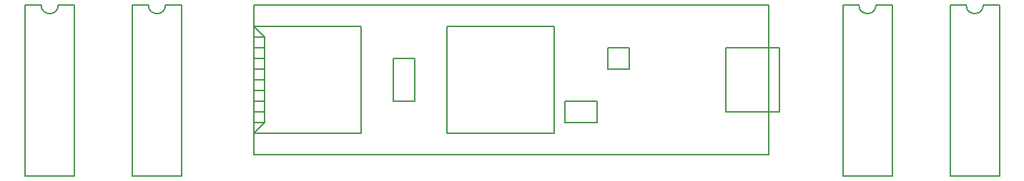
<source format=gbo>
G04 #@! TF.FileFunction,Legend,Bot*
%FSLAX46Y46*%
G04 Gerber Fmt 4.6, Leading zero omitted, Abs format (unit mm)*
G04 Created by KiCad (PCBNEW 4.0.6) date Thursday, 11. October 2018 'u59' 14:59:12*
%MOMM*%
%LPD*%
G01*
G04 APERTURE LIST*
%ADD10C,0.100000*%
%ADD11C,0.152400*%
%ADD12C,0.150000*%
G04 APERTURE END LIST*
D10*
D11*
X184780200Y-59232800D02*
X184780200Y-38912800D01*
X190622200Y-38912800D02*
X190622200Y-59232800D01*
X184780200Y-59232800D02*
X190622200Y-59232800D01*
X184780200Y-38912800D02*
X186685200Y-38912800D01*
X190622200Y-38912800D02*
X188717200Y-38912800D01*
X188717200Y-38912800D02*
G75*
G02X186685200Y-38912800I-1016000J0D01*
G01*
D12*
X159461200Y-43992800D02*
X159461200Y-46532800D01*
X159461200Y-46532800D02*
X156921200Y-46532800D01*
X156921200Y-46532800D02*
X156921200Y-43992800D01*
X156921200Y-43992800D02*
X159461200Y-43992800D01*
X151841200Y-52882800D02*
X155651200Y-52882800D01*
X155651200Y-52882800D02*
X155651200Y-50342800D01*
X155651200Y-50342800D02*
X151841200Y-50342800D01*
X151841200Y-50342800D02*
X151841200Y-52882800D01*
X137871200Y-54152800D02*
X137871200Y-41452800D01*
X150571200Y-41452800D02*
X150571200Y-54152800D01*
X150571200Y-54152800D02*
X137871200Y-54152800D01*
X150571200Y-41452800D02*
X137871200Y-41452800D01*
X116281200Y-52882800D02*
X115011200Y-52882800D01*
X116281200Y-51612800D02*
X115011200Y-51612800D01*
X116281200Y-50342800D02*
X115011200Y-50342800D01*
X116281200Y-49072800D02*
X115011200Y-49072800D01*
X116281200Y-47802800D02*
X115011200Y-47802800D01*
X116281200Y-46532800D02*
X115011200Y-46532800D01*
X116281200Y-45262800D02*
X115011200Y-45262800D01*
X116281200Y-43992800D02*
X115011200Y-43992800D01*
X116281200Y-42722800D02*
X115011200Y-42722800D01*
X115011200Y-54152800D02*
X116281200Y-52882800D01*
X116281200Y-52882800D02*
X116281200Y-42722800D01*
X116281200Y-42722800D02*
X115011200Y-41452800D01*
X115011200Y-41452800D02*
X127711200Y-41452800D01*
X127711200Y-41452800D02*
X127711200Y-54152800D01*
X127711200Y-54152800D02*
X115011200Y-54152800D01*
X115011200Y-38912800D02*
X175971200Y-38912800D01*
X175971200Y-56692800D02*
X115011200Y-56692800D01*
X175971200Y-51612800D02*
X177241200Y-51612800D01*
X177241200Y-51612800D02*
X177241200Y-43992800D01*
X177241200Y-43992800D02*
X175971200Y-43992800D01*
X170891200Y-51612800D02*
X170891200Y-43992800D01*
X170891200Y-43992800D02*
X175971200Y-43992800D01*
X170891200Y-51612800D02*
X175971200Y-51612800D01*
X131521200Y-45262800D02*
X131521200Y-50342800D01*
X131521200Y-50342800D02*
X134061200Y-50342800D01*
X134061200Y-50342800D02*
X134061200Y-45262800D01*
X134061200Y-45262800D02*
X131521200Y-45262800D01*
X115011200Y-38912800D02*
X115011200Y-56692800D01*
X175971200Y-56692800D02*
X175971200Y-38912800D01*
D11*
X197480200Y-59232800D02*
X197480200Y-38912800D01*
X203322200Y-38912800D02*
X203322200Y-59232800D01*
X197480200Y-59232800D02*
X203322200Y-59232800D01*
X197480200Y-38912800D02*
X199385200Y-38912800D01*
X203322200Y-38912800D02*
X201417200Y-38912800D01*
X201417200Y-38912800D02*
G75*
G02X199385200Y-38912800I-1016000J0D01*
G01*
X100660200Y-59232800D02*
X100660200Y-38912800D01*
X106502200Y-38912800D02*
X106502200Y-59232800D01*
X100660200Y-59232800D02*
X106502200Y-59232800D01*
X100660200Y-38912800D02*
X102565200Y-38912800D01*
X106502200Y-38912800D02*
X104597200Y-38912800D01*
X104597200Y-38912800D02*
G75*
G02X102565200Y-38912800I-1016000J0D01*
G01*
X87960200Y-59232800D02*
X87960200Y-38912800D01*
X93802200Y-38912800D02*
X93802200Y-59232800D01*
X87960200Y-59232800D02*
X93802200Y-59232800D01*
X87960200Y-38912800D02*
X89865200Y-38912800D01*
X93802200Y-38912800D02*
X91897200Y-38912800D01*
X91897200Y-38912800D02*
G75*
G02X89865200Y-38912800I-1016000J0D01*
G01*
M02*

</source>
